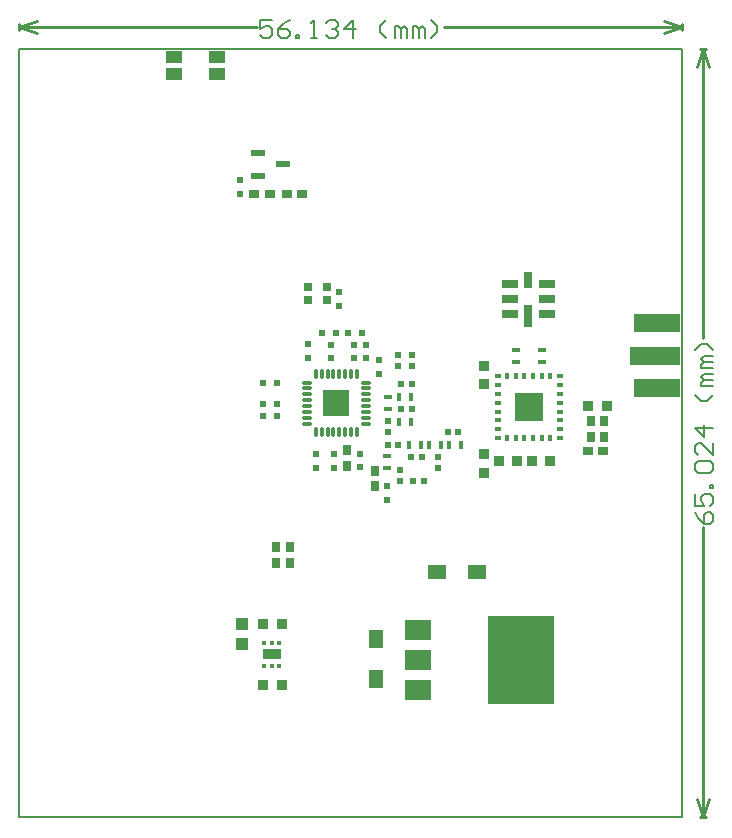
<source format=gtp>
G04 Layer_Color=8421504*
%FSLAX44Y44*%
%MOMM*%
G71*
G01*
G75*
%ADD14R,0.8500X0.8500*%
%ADD15R,0.8500X0.8500*%
%ADD16R,0.7000X0.9000*%
%ADD17R,0.3000X0.4500*%
%ADD18R,1.6000X0.8900*%
%ADD19R,1.0000X1.1000*%
%ADD20R,1.5500X1.3000*%
%ADD22R,2.2860X1.7780*%
%ADD23R,1.3000X1.5500*%
%ADD24R,0.9000X0.7000*%
%ADD25R,4.2500X1.5000*%
%ADD26R,3.9500X1.5000*%
%ADD27R,0.6500X1.8300*%
%ADD28R,1.3300X0.6500*%
%ADD29R,0.6500X1.3300*%
%ADD30R,0.7000X0.4500*%
%ADD31R,0.5500X0.5500*%
%ADD32R,1.4000X1.0500*%
%ADD33R,1.3000X0.6000*%
G04:AMPARAMS|DCode=34|XSize=0.6mm|YSize=0.75mm|CornerRadius=0.075mm|HoleSize=0mm|Usage=FLASHONLY|Rotation=0.000|XOffset=0mm|YOffset=0mm|HoleType=Round|Shape=RoundedRectangle|*
%AMROUNDEDRECTD34*
21,1,0.6000,0.6000,0,0,0.0*
21,1,0.4500,0.7500,0,0,0.0*
1,1,0.1500,0.2250,-0.3000*
1,1,0.1500,-0.2250,-0.3000*
1,1,0.1500,-0.2250,0.3000*
1,1,0.1500,0.2250,0.3000*
%
%ADD34ROUNDEDRECTD34*%
%ADD35R,0.5500X0.5500*%
%ADD36R,0.6200X0.6200*%
%ADD37R,0.6200X0.6200*%
%ADD38R,0.4500X0.7000*%
%ADD39O,0.8500X0.2800*%
%ADD40O,0.2800X0.8500*%
%ADD42C,0.2540*%
%ADD45C,0.1778*%
%ADD53C,0.1524*%
%ADD85R,0.3600X0.5100*%
%ADD86R,0.5100X0.3600*%
%ADD87R,0.5100X0.4600*%
%ADD88R,2.4750X2.4750*%
%ADD89R,5.6900X7.4680*%
%ADD90R,2.2500X2.2500*%
D14*
X706500Y677500D02*
D03*
Y662000D02*
D03*
X706000Y752500D02*
D03*
Y737000D02*
D03*
D15*
X718750Y672000D02*
D03*
X734250D02*
D03*
X762250D02*
D03*
X746750D02*
D03*
X534750Y533890D02*
D03*
X519250D02*
D03*
X534750Y481890D02*
D03*
X519250D02*
D03*
X794500Y718500D02*
D03*
X810000D02*
D03*
D16*
X530000Y585750D02*
D03*
Y598750D02*
D03*
X542250Y585750D02*
D03*
Y598750D02*
D03*
X797000Y705500D02*
D03*
Y692500D02*
D03*
X808000Y692500D02*
D03*
Y705500D02*
D03*
X590500Y681000D02*
D03*
Y668000D02*
D03*
X613750Y650750D02*
D03*
Y663750D02*
D03*
D17*
X533000Y518000D02*
D03*
X526500D02*
D03*
X520000D02*
D03*
X533000Y498500D02*
D03*
X526500D02*
D03*
X520000D02*
D03*
D18*
X526500Y508250D02*
D03*
D19*
X501000Y516890D02*
D03*
Y533890D02*
D03*
D20*
X666250Y577500D02*
D03*
X700250D02*
D03*
D22*
X650250Y478350D02*
D03*
Y503750D02*
D03*
Y529150D02*
D03*
D23*
X614750Y521500D02*
D03*
Y487500D02*
D03*
D24*
X807250Y680000D02*
D03*
X794250D02*
D03*
X539000Y898000D02*
D03*
X552000D02*
D03*
X511750D02*
D03*
X524750D02*
D03*
D25*
X851250Y761000D02*
D03*
D26*
X852750Y733300D02*
D03*
Y788700D02*
D03*
D27*
X743750Y794250D02*
D03*
D28*
X728400Y796250D02*
D03*
Y808950D02*
D03*
Y821650D02*
D03*
X759100D02*
D03*
Y808950D02*
D03*
Y796250D02*
D03*
D29*
X743750Y824950D02*
D03*
D30*
X733000Y755500D02*
D03*
Y765500D02*
D03*
X755000Y765500D02*
D03*
Y755500D02*
D03*
X624500Y715800D02*
D03*
Y725700D02*
D03*
X624250Y665800D02*
D03*
Y675700D02*
D03*
D31*
X499750Y897908D02*
D03*
Y909592D02*
D03*
X583250Y814592D02*
D03*
Y802908D02*
D03*
X557000Y771092D02*
D03*
Y759408D02*
D03*
X606250Y758658D02*
D03*
Y770342D02*
D03*
X595750Y770342D02*
D03*
Y758658D02*
D03*
X576750Y770342D02*
D03*
Y758658D02*
D03*
X617500Y745908D02*
D03*
Y757592D02*
D03*
X563750Y666316D02*
D03*
Y678000D02*
D03*
X579500Y666316D02*
D03*
Y678000D02*
D03*
X601500Y666408D02*
D03*
Y678092D02*
D03*
X624000Y650842D02*
D03*
Y639158D02*
D03*
D32*
X444000Y999500D02*
D03*
Y1014000D02*
D03*
X480000D02*
D03*
Y999500D02*
D03*
D33*
X536000Y923000D02*
D03*
X515000Y913500D02*
D03*
Y932500D02*
D03*
D34*
X556750Y808250D02*
D03*
X573250D02*
D03*
Y819550D02*
D03*
X556750D02*
D03*
D35*
X602592Y780500D02*
D03*
X590908D02*
D03*
X581092D02*
D03*
X569408D02*
D03*
X633658Y761500D02*
D03*
X645342D02*
D03*
X633658Y752500D02*
D03*
X645342D02*
D03*
X530592Y720000D02*
D03*
X518908D02*
D03*
X530592Y710000D02*
D03*
X518908D02*
D03*
X530592Y738250D02*
D03*
X518908D02*
D03*
D36*
X645250Y737000D02*
D03*
X636250D02*
D03*
X646000Y655000D02*
D03*
X655000D02*
D03*
X684500Y696250D02*
D03*
X675500D02*
D03*
X653500Y675000D02*
D03*
X644500D02*
D03*
X633500Y685500D02*
D03*
X624500D02*
D03*
X645250Y715500D02*
D03*
X636250D02*
D03*
D37*
X635000Y664000D02*
D03*
Y655000D02*
D03*
X667500Y675000D02*
D03*
Y666000D02*
D03*
X624500Y705750D02*
D03*
Y696750D02*
D03*
D38*
X676500Y685500D02*
D03*
X686500D02*
D03*
X659500D02*
D03*
X669500D02*
D03*
X642500Y685500D02*
D03*
X652500D02*
D03*
X634250Y704750D02*
D03*
X644250D02*
D03*
X634250Y726250D02*
D03*
X644250D02*
D03*
D39*
X556500Y738250D02*
D03*
Y733250D02*
D03*
Y728250D02*
D03*
Y723250D02*
D03*
Y718250D02*
D03*
Y713250D02*
D03*
Y708250D02*
D03*
Y703250D02*
D03*
X606000D02*
D03*
Y708250D02*
D03*
Y713250D02*
D03*
Y718250D02*
D03*
Y723250D02*
D03*
Y728250D02*
D03*
Y733250D02*
D03*
Y738250D02*
D03*
D40*
X563750Y696000D02*
D03*
X568750D02*
D03*
X573750D02*
D03*
X578750D02*
D03*
X583750D02*
D03*
X588750D02*
D03*
X593750D02*
D03*
X598750D02*
D03*
Y745500D02*
D03*
X593750D02*
D03*
X588750D02*
D03*
X583750D02*
D03*
X578750D02*
D03*
X573750D02*
D03*
X568750D02*
D03*
X563750D02*
D03*
D42*
X312420Y1038987D02*
X514120D01*
X672060D02*
X873760D01*
X312420D02*
X327660Y1044067D01*
X312420Y1038987D02*
X327660Y1033907D01*
X858520Y1044067D02*
X873760Y1038987D01*
X858520Y1033907D02*
X873760Y1038987D01*
X312420Y1036447D02*
Y1041527D01*
X873760Y1036447D02*
Y1041527D01*
X891286Y370840D02*
Y615721D01*
Y776199D02*
Y1021080D01*
X886206Y386080D02*
X891286Y370840D01*
X896366Y386080D01*
X886206Y1005840D02*
X891286Y1021080D01*
X896366Y1005840D01*
X888746Y370840D02*
X893826D01*
X888746Y1021080D02*
X893826D01*
D45*
X312420Y370840D02*
X873760D01*
X312420D02*
Y1021080D01*
X873760D01*
Y370840D02*
Y1021080D01*
D53*
X526817Y1045080D02*
X516660D01*
Y1037463D01*
X521739Y1040002D01*
X524278D01*
X526817Y1037463D01*
Y1032385D01*
X524278Y1029846D01*
X519199D01*
X516660Y1032385D01*
X542052Y1045080D02*
X536974Y1042541D01*
X531895Y1037463D01*
Y1032385D01*
X534435Y1029846D01*
X539513D01*
X542052Y1032385D01*
Y1034924D01*
X539513Y1037463D01*
X531895D01*
X547130Y1029846D02*
Y1032385D01*
X549670D01*
Y1029846D01*
X547130D01*
X559826D02*
X564905D01*
X562365D01*
Y1045080D01*
X559826Y1042541D01*
X572522D02*
X575061Y1045080D01*
X580140D01*
X582679Y1042541D01*
Y1040002D01*
X580140Y1037463D01*
X577601D01*
X580140D01*
X582679Y1034924D01*
Y1032385D01*
X580140Y1029846D01*
X575061D01*
X572522Y1032385D01*
X595375Y1029846D02*
Y1045080D01*
X587757Y1037463D01*
X597914D01*
X623306Y1029846D02*
X618227Y1034924D01*
Y1040002D01*
X623306Y1045080D01*
X630923Y1029846D02*
Y1040002D01*
X633462D01*
X636002Y1037463D01*
Y1029846D01*
Y1037463D01*
X638541Y1040002D01*
X641080Y1037463D01*
Y1029846D01*
X646158D02*
Y1040002D01*
X648698D01*
X651237Y1037463D01*
Y1029846D01*
Y1037463D01*
X653776Y1040002D01*
X656315Y1037463D01*
Y1029846D01*
X661393D02*
X666472Y1034924D01*
Y1040002D01*
X661393Y1045080D01*
X885192Y628417D02*
X887732Y623339D01*
X892810Y618261D01*
X897888D01*
X900427Y620800D01*
Y625878D01*
X897888Y628417D01*
X895349D01*
X892810Y625878D01*
Y618261D01*
X885192Y643652D02*
Y633496D01*
X892810D01*
X890271Y638574D01*
Y641113D01*
X892810Y643652D01*
X897888D01*
X900427Y641113D01*
Y636035D01*
X897888Y633496D01*
X900427Y648731D02*
X897888D01*
Y651270D01*
X900427D01*
Y648731D01*
X887732Y661427D02*
X885192Y663966D01*
Y669044D01*
X887732Y671583D01*
X897888D01*
X900427Y669044D01*
Y663966D01*
X897888Y661427D01*
X887732D01*
X900427Y686818D02*
Y676662D01*
X890271Y686818D01*
X887732D01*
X885192Y684279D01*
Y679201D01*
X887732Y676662D01*
X900427Y699514D02*
X885192D01*
X892810Y691897D01*
Y702054D01*
X900427Y727445D02*
X895349Y722367D01*
X890271D01*
X885192Y727445D01*
X900427Y735063D02*
X890271D01*
Y737602D01*
X892810Y740141D01*
X900427D01*
X892810D01*
X890271Y742680D01*
X892810Y745220D01*
X900427D01*
Y750298D02*
X890271D01*
Y752837D01*
X892810Y755376D01*
X900427D01*
X892810D01*
X890271Y757915D01*
X892810Y760455D01*
X900427D01*
Y765533D02*
X895349Y770611D01*
X890271D01*
X885192Y765533D01*
D85*
X725870Y691250D02*
D03*
X733120D02*
D03*
X740370D02*
D03*
X747630D02*
D03*
X754880D02*
D03*
X762130D02*
D03*
X725870Y743750D02*
D03*
X733120D02*
D03*
X740370D02*
D03*
X747630D02*
D03*
X754880D02*
D03*
X762130D02*
D03*
D86*
X717750Y698750D02*
D03*
Y706250D02*
D03*
Y713750D02*
D03*
Y721250D02*
D03*
Y728750D02*
D03*
Y736250D02*
D03*
X770250D02*
D03*
Y728750D02*
D03*
Y721250D02*
D03*
Y713750D02*
D03*
Y706250D02*
D03*
Y698750D02*
D03*
D87*
Y691000D02*
D03*
X717750D02*
D03*
Y744000D02*
D03*
X770250D02*
D03*
D88*
X744000Y717500D02*
D03*
D89*
X737500Y503750D02*
D03*
D90*
X581250Y720750D02*
D03*
M02*

</source>
